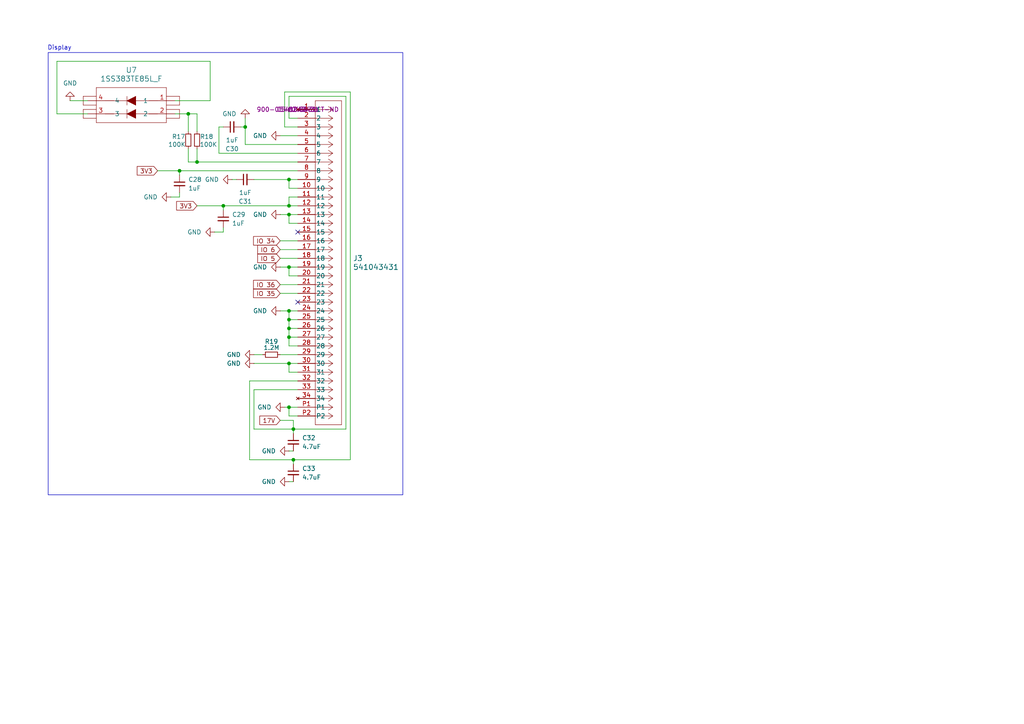
<source format=kicad_sch>
(kicad_sch (version 20250114) (generator "eeschema") (generator_version "9.0")
  (paper "A4")
  (title_block (title "Display") (date "2025-02-25") (rev "1"))
  (lib_symbols
    (symbol "0541043431:541043431" (pin_names (offset 0.254))
      (property "Reference" "J3" (at 16.002 -43.18 0))
      (property "Value" "541043431" (at 16.002 -45.72 0))
      (symbol "541043431_1_1"
        (polyline (pts (xy 5.08 2.54) (xy 5.08 -91.44)) (stroke (width 0.127)))
        (polyline (pts (xy 5.08 -91.44) (xy 12.7 -91.44)) (stroke (width 0.127)))
        (polyline (pts (xy 10.16 0) (xy 5.08 0)) (stroke (width 0.127)))
        (polyline (pts (xy 10.16 0) (xy 8.89 0.8467)) (stroke (width 0.127)))
        (polyline (pts (xy 10.16 0) (xy 8.89 -0.8467)) (stroke (width 0.127)))
        (polyline (pts (xy 10.16 -2.54) (xy 5.08 -2.54)) (stroke (width 0.127)))
        (polyline (pts (xy 10.16 -2.54) (xy 8.89 -1.6933)) (stroke (width 0.127)))
        (polyline (pts (xy 10.16 -2.54) (xy 8.89 -3.3867)) (stroke (width 0.127)))
        (polyline (pts (xy 10.16 -5.08) (xy 5.08 -5.08)) (stroke (width 0.127)))
        (polyline (pts (xy 10.16 -5.08) (xy 8.89 -4.2333)) (stroke (width 0.127)))
        (polyline (pts (xy 10.16 -5.08) (xy 8.89 -5.9267)) (stroke (width 0.127)))
        (polyline (pts (xy 10.16 -7.62) (xy 5.08 -7.62)) (stroke (width 0.127)))
        (polyline (pts (xy 10.16 -7.62) (xy 8.89 -6.7733)) (stroke (width 0.127)))
        (polyline (pts (xy 10.16 -7.62) (xy 8.89 -8.4667)) (stroke (width 0.127)))
        (polyline (pts (xy 10.16 -10.16) (xy 5.08 -10.16)) (stroke (width 0.127)))
        (polyline (pts (xy 10.16 -10.16) (xy 8.89 -9.3133)) (stroke (width 0.127)))
        (polyline (pts (xy 10.16 -10.16) (xy 8.89 -11.0067)) (stroke (width 0.127)))
        (polyline (pts (xy 10.16 -12.7) (xy 5.08 -12.7)) (stroke (width 0.127)))
        (polyline (pts (xy 10.16 -12.7) (xy 8.89 -11.8533)) (stroke (width 0.127)))
        (polyline (pts (xy 10.16 -12.7) (xy 8.89 -13.5467)) (stroke (width 0.127)))
        (polyline (pts (xy 10.16 -15.24) (xy 5.08 -15.24)) (stroke (width 0.127)))
        (polyline (pts (xy 10.16 -15.24) (xy 8.89 -14.3933)) (stroke (width 0.127)))
        (polyline (pts (xy 10.16 -15.24) (xy 8.89 -16.0867)) (stroke (width 0.127)))
        (polyline (pts (xy 10.16 -17.78) (xy 5.08 -17.78)) (stroke (width 0.127)))
        (polyline (pts (xy 10.16 -17.78) (xy 8.89 -16.9333)) (stroke (width 0.127)))
        (polyline (pts (xy 10.16 -17.78) (xy 8.89 -18.6267)) (stroke (width 0.127)))
        (polyline (pts (xy 10.16 -20.32) (xy 5.08 -20.32)) (stroke (width 0.127)))
        (polyline (pts (xy 10.16 -20.32) (xy 8.89 -19.4733)) (stroke (width 0.127)))
        (polyline (pts (xy 10.16 -20.32) (xy 8.89 -21.1667)) (stroke (width 0.127)))
        (polyline (pts (xy 10.16 -22.86) (xy 5.08 -22.86)) (stroke (width 0.127)))
        (polyline (pts (xy 10.16 -22.86) (xy 8.89 -22.0133)) (stroke (width 0.127)))
        (polyline (pts (xy 10.16 -22.86) (xy 8.89 -23.7067)) (stroke (width 0.127)))
        (polyline (pts (xy 10.16 -25.4) (xy 5.08 -25.4)) (stroke (width 0.127)))
        (polyline (pts (xy 10.16 -25.4) (xy 8.89 -24.5533)) (stroke (width 0.127)))
        (polyline (pts (xy 10.16 -25.4) (xy 8.89 -26.2467)) (stroke (width 0.127)))
        (polyline (pts (xy 10.16 -27.94) (xy 5.08 -27.94)) (stroke (width 0.127)))
        (polyline (pts (xy 10.16 -27.94) (xy 8.89 -27.0933)) (stroke (width 0.127)))
        (polyline (pts (xy 10.16 -27.94) (xy 8.89 -28.7867)) (stroke (width 0.127)))
        (polyline (pts (xy 10.16 -30.48) (xy 5.08 -30.48)) (stroke (width 0.127)))
        (polyline (pts (xy 10.16 -30.48) (xy 8.89 -29.6333)) (stroke (width 0.127)))
        (polyline (pts (xy 10.16 -30.48) (xy 8.89 -31.3267)) (stroke (width 0.127)))
        (polyline (pts (xy 10.16 -33.02) (xy 5.08 -33.02)) (stroke (width 0.127)))
        (polyline (pts (xy 10.16 -33.02) (xy 8.89 -32.1733)) (stroke (width 0.127)))
        (polyline (pts (xy 10.16 -33.02) (xy 8.89 -33.8667)) (stroke (width 0.127)))
        (polyline (pts (xy 10.16 -35.56) (xy 5.08 -35.56)) (stroke (width 0.127)))
        (polyline (pts (xy 10.16 -35.56) (xy 8.89 -34.7133)) (stroke (width 0.127)))
        (polyline (pts (xy 10.16 -35.56) (xy 8.89 -36.4067)) (stroke (width 0.127)))
        (polyline (pts (xy 10.16 -38.1) (xy 5.08 -38.1)) (stroke (width 0.127)))
        (polyline (pts (xy 10.16 -38.1) (xy 8.89 -37.2533)) (stroke (width 0.127)))
        (polyline (pts (xy 10.16 -38.1) (xy 8.89 -38.9467)) (stroke (width 0.127)))
        (polyline (pts (xy 10.16 -40.64) (xy 5.08 -40.64)) (stroke (width 0.127)))
        (polyline (pts (xy 10.16 -40.64) (xy 8.89 -39.7933)) (stroke (width 0.127)))
        (polyline (pts (xy 10.16 -40.64) (xy 8.89 -41.4867)) (stroke (width 0.127)))
        (polyline (pts (xy 10.16 -43.18) (xy 5.08 -43.18)) (stroke (width 0.127)))
        (polyline (pts (xy 10.16 -43.18) (xy 8.89 -42.3333)) (stroke (width 0.127)))
        (polyline (pts (xy 10.16 -43.18) (xy 8.89 -44.0267)) (stroke (width 0.127)))
        (polyline (pts (xy 10.16 -45.72) (xy 5.08 -45.72)) (stroke (width 0.127)))
        (polyline (pts (xy 10.16 -45.72) (xy 8.89 -44.8733)) (stroke (width 0.127)))
        (polyline (pts (xy 10.16 -45.72) (xy 8.89 -46.5667)) (stroke (width 0.127)))
        (polyline (pts (xy 10.16 -48.26) (xy 5.08 -48.26)) (stroke (width 0.127)))
        (polyline (pts (xy 10.16 -48.26) (xy 8.89 -47.4133)) (stroke (width 0.127)))
        (polyline (pts (xy 10.16 -48.26) (xy 8.89 -49.1067)) (stroke (width 0.127)))
        (polyline (pts (xy 10.16 -50.8) (xy 5.08 -50.8)) (stroke (width 0.127)))
        (polyline (pts (xy 10.16 -50.8) (xy 8.89 -49.9533)) (stroke (width 0.127)))
        (polyline (pts (xy 10.16 -50.8) (xy 8.89 -51.6467)) (stroke (width 0.127)))
        (polyline (pts (xy 10.16 -53.34) (xy 5.08 -53.34)) (stroke (width 0.127)))
        (polyline (pts (xy 10.16 -53.34) (xy 8.89 -52.4933)) (stroke (width 0.127)))
        (polyline (pts (xy 10.16 -53.34) (xy 8.89 -54.1867)) (stroke (width 0.127)))
        (polyline (pts (xy 10.16 -55.88) (xy 5.08 -55.88)) (stroke (width 0.127)))
        (polyline (pts (xy 10.16 -55.88) (xy 8.89 -55.0333)) (stroke (width 0.127)))
        (polyline (pts (xy 10.16 -55.88) (xy 8.89 -56.7267)) (stroke (width 0.127)))
        (polyline (pts (xy 10.16 -58.42) (xy 5.08 -58.42)) (stroke (width 0.127)))
        (polyline (pts (xy 10.16 -58.42) (xy 8.89 -57.5733)) (stroke (width 0.127)))
        (polyline (pts (xy 10.16 -58.42) (xy 8.89 -59.2667)) (stroke (width 0.127)))
        (polyline (pts (xy 10.16 -60.96) (xy 5.08 -60.96)) (stroke (width 0.127)))
        (polyline (pts (xy 10.16 -60.96) (xy 8.89 -60.1133)) (stroke (width 0.127)))
        (polyline (pts (xy 10.16 -60.96) (xy 8.89 -61.8067)) (stroke (width 0.127)))
        (polyline (pts (xy 10.16 -63.5) (xy 5.08 -63.5)) (stroke (width 0.127)))
        (polyline (pts (xy 10.16 -63.5) (xy 8.89 -62.6533)) (stroke (width 0.127)))
        (polyline (pts (xy 10.16 -63.5) (xy 8.89 -64.3467)) (stroke (width 0.127)))
        (polyline (pts (xy 10.16 -66.04) (xy 5.08 -66.04)) (stroke (width 0.127)))
        (polyline (pts (xy 10.16 -66.04) (xy 8.89 -65.1933)) (stroke (width 0.127)))
        (polyline (pts (xy 10.16 -66.04) (xy 8.89 -66.8867)) (stroke (width 0.127)))
        (polyline (pts (xy 10.16 -68.58) (xy 5.08 -68.58)) (stroke (width 0.127)))
        (polyline (pts (xy 10.16 -68.58) (xy 8.89 -67.7333)) (stroke (width 0.127)))
        (polyline (pts (xy 10.16 -68.58) (xy 8.89 -69.4267)) (stroke (width 0.127)))
        (polyline (pts (xy 10.16 -71.12) (xy 5.08 -71.12)) (stroke (width 0.127)))
        (polyline (pts (xy 10.16 -71.12) (xy 8.89 -70.2733)) (stroke (width 0.127)))
        (polyline (pts (xy 10.16 -71.12) (xy 8.89 -71.9667)) (stroke (width 0.127)))
        (polyline (pts (xy 10.16 -73.66) (xy 5.08 -73.66)) (stroke (width 0.127)))
        (polyline (pts (xy 10.16 -73.66) (xy 8.89 -72.8133)) (stroke (width 0.127)))
        (polyline (pts (xy 10.16 -73.66) (xy 8.89 -74.5067)) (stroke (width 0.127)))
        (polyline (pts (xy 10.16 -76.2) (xy 5.08 -76.2)) (stroke (width 0.127)))
        (polyline (pts (xy 10.16 -76.2) (xy 8.89 -75.3533)) (stroke (width 0.127)))
        (polyline (pts (xy 10.16 -76.2) (xy 8.89 -77.0467)) (stroke (width 0.127)))
        (polyline (pts (xy 10.16 -78.74) (xy 5.08 -78.74)) (stroke (width 0.127)))
        (polyline (pts (xy 10.16 -78.74) (xy 8.89 -77.8933)) (stroke (width 0.127)))
        (polyline (pts (xy 10.16 -78.74) (xy 8.89 -79.5867)) (stroke (width 0.127)))
        (polyline (pts (xy 10.16 -81.28) (xy 5.08 -81.28)) (stroke (width 0.127)))
        (polyline (pts (xy 10.16 -81.28) (xy 8.89 -80.4333)) (stroke (width 0.127)))
        (polyline (pts (xy 10.16 -81.28) (xy 8.89 -82.1267)) (stroke (width 0.127)))
        (polyline (pts (xy 10.16 -83.82) (xy 5.08 -83.82)) (stroke (width 0.127)))
        (polyline (pts (xy 10.16 -83.82) (xy 8.89 -82.9733)) (stroke (width 0.127)))
        (polyline (pts (xy 10.16 -83.82) (xy 8.89 -84.6667)) (stroke (width 0.127)))
        (polyline (pts (xy 10.16 -86.36) (xy 5.08 -86.36)) (stroke (width 0.127)))
        (polyline (pts (xy 10.16 -86.36) (xy 8.89 -85.5133)) (stroke (width 0.127)))
        (polyline (pts (xy 10.16 -86.36) (xy 8.89 -87.2067)) (stroke (width 0.127)))
        (polyline (pts (xy 10.16 -88.9) (xy 5.08 -88.9)) (stroke (width 0.127)))
        (polyline (pts (xy 10.16 -88.9) (xy 8.89 -88.0533)) (stroke (width 0.127)))
        (polyline (pts (xy 10.16 -88.9) (xy 8.89 -89.7467)) (stroke (width 0.127)))
        (polyline (pts (xy 12.7 2.54) (xy 5.08 2.54)) (stroke (width 0.127)))
        (polyline (pts (xy 12.7 -91.44) (xy 12.7 2.54)) (stroke (width 0.127)))
        (pin no_connect line (at 0 0 0) (length 5.08) (name "1") (number "1"))
        (pin passive line (at 0 -2.54 0) (length 5.08) (name "2") (number "2"))
        (pin passive line (at 0 -5.08 0) (length 5.08) (name "3") (number "3"))
        (pin passive line (at 0 -7.62 0) (length 5.08) (name "4") (number "4"))
        (pin passive line (at 0 -10.16 0) (length 5.08) (name "5") (number "5"))
        (pin passive line (at 0 -12.7 0) (length 5.08) (name "6") (number "6"))
        (pin passive line (at 0 -15.24 0) (length 5.08) (name "7") (number "7"))
        (pin passive line (at 0 -17.78 0) (length 5.08) (name "8") (number "8"))
        (pin passive line (at 0 -20.32 0) (length 5.08) (name "9") (number "9"))
        (pin passive line (at 0 -22.86 0) (length 5.08) (name "10") (number "10"))
        (pin passive line (at 0 -25.4 0) (length 5.08) (name "11") (number "11"))
        (pin passive line (at 0 -27.94 0) (length 5.08) (name "12") (number "12"))
        (pin passive line (at 0 -30.48 0) (length 5.08) (name "13") (number "13"))
        (pin passive line (at 0 -33.02 0) (length 5.08) (name "14") (number "14"))
        (pin bidirectional line (at 0 -35.56 0) (length 5.08) (name "15") (number "15"))
        (pin bidirectional line (at 0 -38.1 0) (length 5.08) (name "16") (number "16"))
        (pin bidirectional line (at 0 -40.64 0) (length 5.08) (name "17") (number "17"))
        (pin bidirectional line (at 0 -43.18 0) (length 5.08) (name "18") (number "18"))
        (pin passive line (at 0 -45.72 0) (length 5.08) (name "19") (number "19"))
        (pin passive line (at 0 -48.26 0) (length 5.08) (name "20") (number "20"))
        (pin bidirectional line (at 0 -50.8 0) (length 5.08) (name "21") (number "21"))
        (pin bidirectional line (at 0 -53.34 0) (length 5.08) (name "22") (number "22"))
        (pin bidirectional line (at 0 -55.88 0) (length 5.08) (name "23") (number "23"))
        (pin passive line (at 0 -58.42 0) (length 5.08) (name "24") (number "24"))
        (pin passive line (at 0 -60.96 0) (length 5.08) (name "25") (number "25"))
        (pin passive line (at 0 -63.5 0) (length 5.08) (name "26") (number "26"))
        (pin passive line (at 0 -66.04 0) (length 5.08) (name "27") (number "27"))
        (pin passive line (at 0 -68.58 0) (length 5.08) (name "28") (number "28"))
        (pin passive line (at 0 -71.12 0) (length 5.08) (name "29") (number "29"))
        (pin passive line (at 0 -73.66 0) (length 5.08) (name "30") (number "30"))
        (pin passive line (at 0 -76.2 0) (length 5.08) (name "31") (number "31"))
        (pin passive line (at 0 -78.74 0) (length 5.08) (name "32") (number "32"))
        (pin passive line (at 0 -81.28 0) (length 5.08) (name "33") (number "33"))
        (pin no_connect line (at 0 -83.82 0) (length 5.08) (name "34") (number "34"))
        (pin passive line (at 0 -86.36 0) (length 5.08) (name "P1") (number "P1"))
        (pin passive line (at 0 -88.9 0) (length 5.08) (name "P2") (number "P2"))
      )
      (symbol "541043431_1_2"
        (polyline (pts (xy 5.08 2.54) (xy 5.08 -91.44)) (stroke (width 0.127)))
        (polyline (pts (xy 5.08 -91.44) (xy 12.7 -91.44)) (stroke (width 0.127)))
        (polyline (pts (xy 7.62 0) (xy 5.08 0)) (stroke (width 0.127)))
        (polyline (pts (xy 7.62 0) (xy 8.89 0.8467)) (stroke (width 0.127)))
        (polyline (pts (xy 7.62 0) (xy 8.89 -0.8467)) (stroke (width 0.127)))
        (polyline (pts (xy 7.62 -2.54) (xy 5.08 -2.54)) (stroke (width 0.127)))
        (polyline (pts (xy 7.62 -2.54) (xy 8.89 -1.6933)) (stroke (width 0.127)))
        (polyline (pts (xy 7.62 -2.54) (xy 8.89 -3.3867)) (stroke (width 0.127)))
        (polyline (pts (xy 7.62 -5.08) (xy 5.08 -5.08)) (stroke (width 0.127)))
        (polyline (pts (xy 7.62 -5.08) (xy 8.89 -4.2333)) (stroke (width 0.127)))
        (polyline (pts (xy 7.62 -5.08) (xy 8.89 -5.9267)) (stroke (width 0.127)))
        (polyline (pts (xy 7.62 -7.62) (xy 5.08 -7.62)) (stroke (width 0.127)))
        (polyline (pts (xy 7.62 -7.62) (xy 8.89 -6.7733)) (stroke (width 0.127)))
        (polyline (pts (xy 7.62 -7.62) (xy 8.89 -8.4667)) (stroke (width 0.127)))
        (polyline (pts (xy 7.62 -10.16) (xy 5.08 -10.16)) (stroke (width 0.127)))
        (polyline (pts (xy 7.62 -10.16) (xy 8.89 -9.3133)) (stroke (width 0.127)))
        (polyline (pts (xy 7.62 -10.16) (xy 8.89 -11.0067)) (stroke (width 0.127)))
        (polyline (pts (xy 7.62 -12.7) (xy 5.08 -12.7)) (stroke (width 0.127)))
        (polyline (pts (xy 7.62 -12.7) (xy 8.89 -11.8533)) (stroke (width 0.127)))
        (polyline (pts (xy 7.62 -12.7) (xy 8.89 -13.5467)) (stroke (width 0.127)))
        (polyline (pts (xy 7.62 -15.24) (xy 5.08 -15.24)) (stroke (width 0.127)))
        (polyline (pts (xy 7.62 -15.24) (xy 8.89 -14.3933)) (stroke (width 0.127)))
        (polyline (pts (xy 7.62 -15.24) (xy 8.89 -16.0867)) (stroke (width 0.127)))
        (polyline (pts (xy 7.62 -17.78) (xy 5.08 -17.78)) (stroke (width 0.127)))
        (polyline (pts (xy 7.62 -17.78) (xy 8.89 -16.9333)) (stroke (width 0.127)))
        (polyline (pts (xy 7.62 -17.78) (xy 8.89 -18.6267)) (stroke (width 0.127)))
        (polyline (pts (xy 7.62 -20.32) (xy 5.08 -20.32)) (stroke (width 0.127)))
        (polyline (pts (xy 7.62 -20.32) (xy 8.89 -19.4733)) (stroke (width 0.127)))
        (polyline (pts (xy 7.62 -20.32) (xy 8.89 -21.1667)) (stroke (width 0.127)))
        (polyline (pts (xy 7.62 -22.86) (xy 5.08 -22.86)) (stroke (width 0.127)))
        (polyline (pts (xy 7.62 -22.86) (xy 8.89 -22.0133)) (stroke (width 0.127)))
        (polyline (pts (xy 7.62 -22.86) (xy 8.89 -23.7067)) (stroke (width 0.127)))
        (polyline (pts (xy 7.62 -25.4) (xy 5.08 -25.4)) (stroke (width 0.127)))
        (polyline (pts (xy 7.62 -25.4) (xy 8.89 -24.5533)) (stroke (width 0.127)))
        (polyline (pts (xy 7.62 -25.4) (xy 8.89 -26.2467)) (stroke (width 0.127)))
        (polyline (pts (xy 7.62 -27.94) (xy 5.08 -27.94)) (stroke (width 0.127)))
        (polyline (pts (xy 7.62 -27.94) (xy 8.89 -27.0933)) (stroke (width 0.127)))
        (polyline (pts (xy 7.62 -27.94) (xy 8.89 -28.7867)) (stroke (width 0.127)))
        (polyline (pts (xy 7.62 -30.48) (xy 5.08 -30.48)) (stroke (width 0.127)))
        (polyline (pts (xy 7.62 -30.48) (xy 8.89 -29.6333)) (stroke (width 0.127)))
        (polyline (pts (xy 7.62 -30.48) (xy 8.89 -31.3267)) (stroke (width 0.127)))
        (polyline (pts (xy 7.62 -33.02) (xy 5.08 -33.02)) (stroke (width 0.127)))
        (polyline (pts (xy 7.62 -33.02) (xy 8.89 -32.1733)) (stroke (width 0.127)))
        (polyline (pts (xy 7.62 -33.02) (xy 8.89 -33.8667)) (stroke (width 0.127)))
        (polyline (pts (xy 7.62 -35.56) (xy 5.08 -35.56)) (stroke (width 0.127)))
        (polyline (pts (xy 7.62 -35.56) (xy 8.89 -34.7133)) (stroke (width 0.127)))
        (polyline (pts (xy 7.62 -35.56) (xy 8.89 -36.4067)) (stroke (width 0.127)))
        (polyline (pts (xy 7.62 -38.1) (xy 5.08 -38.1)) (stroke (width 0.127)))
        (polyline (pts (xy 7.62 -38.1) (xy 8.89 -37.2533)) (stroke (width 0.127)))
        (polyline (pts (xy 7.62 -38.1) (xy 8.89 -38.9467)) (stroke (width 0.127)))
        (polyline (pts (xy 7.62 -40.64) (xy 5.08 -40.64)) (stroke (width 0.127)))
        (polyline (pts (xy 7.62 -40.64) (xy 8.89 -39.7933)) (stroke (width 0.127)))
        (polyline (pts (xy 7.62 -40.64) (xy 8.89 -41.4867)) (stroke (width 0.127)))
        (polyline (pts (xy 7.62 -43.18) (xy 5.08 -43.18)) (stroke (width 0.127)))
        (polyline (pts (xy 7.62 -43.18) (xy 8.89 -42.3333)) (stroke (width 0.127)))
        (polyline (pts (xy 7.62 -43.18) (xy 8.89 -44.0267)) (stroke (width 0.127)))
        (polyline (pts (xy 7.62 -45.72) (xy 5.08 -45.72)) (stroke (width 0.127)))
        (polyline (pts (xy 7.62 -45.72) (xy 8.89 -44.8733)) (stroke (width 0.127)))
        (polyline (pts (xy 7.62 -45.72) (xy 8.89 -46.5667)) (stroke (width 0.127)))
        (polyline (pts (xy 7.62 -48.26) (xy 5.08 -48.26)) (stroke (width 0.127)))
        (polyline (pts (xy 7.62 -48.26) (xy 8.89 -47.4133)) (stroke (width 0.127)))
        (polyline (pts (xy 7.62 -48.26) (xy 8.89 -49.1067)) (stroke (width 0.127)))
        (polyline (pts (xy 7.62 -50.8) (xy 5.08 -50.8)) (stroke (width 0.127)))
        (polyline (pts (xy 7.62 -50.8) (xy 8.89 -49.9533)) (stroke (width 0.127)))
        (polyline (pts (xy 7.62 -50.8) (xy 8.89 -51.6467)) (stroke (width 0.127)))
        (polyline (pts (xy 7.62 -53.34) (xy 5.08 -53.34)) (stroke (width 0.127)))
        (polyline (pts (xy 7.62 -53.34) (xy 8.89 -52.4933)) (stroke (width 0.127)))
        (polyline (pts (xy 7.62 -53.34) (xy 8.89 -54.1867)) (stroke (width 0.127)))
        (polyline (pts (xy 7.62 -55.88) (xy 5.08 -55.88)) (stroke (width 0.127)))
        (polyline (pts (xy 7.62 -55.88) (xy 8.89 -55.0333)) (stroke (width 0.127)))
        (polyline (pts (xy 7.62 -55.88) (xy 8.89 -56.7267)) (stroke (width 0.127)))
        (polyline (pts (xy 7.62 -58.42) (xy 5.08 -58.42)) (stroke (width 0.127)))
        (polyline (pts (xy 7.62 -58.42) (xy 8.89 -57.5733)) (stroke (width 0.127)))
        (polyline (pts (xy 7.62 -58.42) (xy 8.89 -59.2667)) (stroke (width 0.127)))
        (polyline (pts (xy 7.62 -60.96) (xy 5.08 -60.96)) (stroke (width 0.127)))
        (polyline (pts (xy 7.62 -60.96) (xy 8.89 -60.1133)) (stroke (width 0.127)))
        (polyline (pts (xy 7.62 -60.96) (xy 8.89 -61.8067)) (stroke (width 0.127)))
        (polyline (pts (xy 7.62 -63.5) (xy 5.08 -63.5)) (stroke (width 0.127)))
        (polyline (pts (xy 7.62 -63.5) (xy 8.89 -62.6533)) (stroke (width 0.127)))
        (polyline (pts (xy 7.62 -63.5) (xy 8.89 -64.3467)) (stroke (width 0.127)))
        (polyline (pts (xy 7.62 -66.04) (xy 5.08 -66.04)) (stroke (width 0.127)))
        (polyline (pts (xy 7.62 -66.04) (xy 8.89 -65.1933)) (stroke (width 0.127)))
        (polyline (pts (xy 7.62 -66.04) (xy 8.89 -66.8867)) (stroke (width 0.127)))
        (polyline (pts (xy 7.62 -68.58) (xy 5.08 -68.58)) (stroke (width 0.127)))
        (polyline (pts (xy 7.62 -68.58) (xy 8.89 -67.7333)) (stroke (width 0.127)))
        (polyline (pts (xy 7.62 -68.58) (xy 8.89 -69.4267)) (stroke (width 0.127)))
        (polyline (pts (xy 7.62 -71.12) (xy 5.08 -71.12)) (stroke (width 0.127)))
        (polyline (pts (xy 7.62 -71.12) (xy 8.89 -70.2733)) (stroke (width 0.127)))
        (polyline (pts (xy 7.62 -71.12) (xy 8.89 -71.9667)) (stroke (width 0.127)))
        (polyline (pts (xy 7.62 -73.66) (xy 5.08 -73.66)) (stroke (width 0.127)))
        (polyline (pts (xy 7.62 -73.66) (xy 8.89 -72.8133)) (stroke (width 0.127)))
        (polyline (pts (xy 7.62 -73.66) (xy 8.89 -74.5067)) (stroke (width 0.127)))
        (polyline (pts (xy 7.62 -76.2) (xy 5.08 -76.2)) (stroke (width 0.127)))
        (polyline (pts (xy 7.62 -76.2) (xy 8.89 -75.3533)) (stroke (width 0.127)))
        (polyline (pts (xy 7.62 -76.2) (xy 8.89 -77.0467)) (stroke (width 0.127)))
        (polyline (pts (xy 7.62 -78.74) (xy 5.08 -78.74)) (stroke (width 0.127)))
        (polyline (pts (xy 7.62 -78.74) (xy 8.89 -77.8933)) (stroke (width 0.127)))
        (polyline (pts (xy 7.62 -78.74) (xy 8.89 -79.5867)) (stroke (width 0.127)))
        (polyline (pts (xy 7.62 -81.28) (xy 5.08 -81.28)) (stroke (width 0.127)))
        (polyline (pts (xy 7.62 -81.28) (xy 8.89 -80.4333)) (stroke (width 0.127)))
        (polyline (pts (xy 7.62 -81.28) (xy 8.89 -82.1267)) (stroke (width 0.127)))
        (polyline (pts (xy 7.62 -83.82) (xy 5.08 -83.82)) (stroke (width 0.127)))
        (polyline (pts (xy 7.62 -83.82) (xy 8.89 -82.9733)) (stroke (width 0.127)))
        (polyline (pts (xy 7.62 -83.82) (xy 8.89 -84.6667)) (stroke (width 0.127)))
        (polyline (pts (xy 7.62 -86.36) (xy 5.08 -86.36)) (stroke (width 0.127)))
        (polyline (pts (xy 7.62 -86.36) (xy 8.89 -85.5133)) (stroke (width 0.127)))
        (polyline (pts (xy 7.62 -86.36) (xy 8.89 -87.2067)) (stroke (width 0.127)))
        (polyline (pts (xy 7.62 -88.9) (xy 5.08 -88.9)) (stroke (width 0.127)))
        (polyline (pts (xy 7.62 -88.9) (xy 8.89 -88.0533)) (stroke (width 0.127)))
        (polyline (pts (xy 7.62 -88.9) (xy 8.89 -89.7467)) (stroke (width 0.127)))
        (polyline (pts (xy 12.7 2.54) (xy 5.08 2.54)) (stroke (width 0.127)))
        (polyline (pts (xy 12.7 -91.44) (xy 12.7 2.54)) (stroke (width 0.127)))
        (pin unspecified line (at 0 0 0) (length 5.08) (name "1") (number "1"))
        (pin unspecified line (at 0 -2.54 0) (length 5.08) (name "2") (number "2"))
        (pin unspecified line (at 0 -5.08 0) (length 5.08) (name "3") (number "3"))
        (pin unspecified line (at 0 -7.62 0) (length 5.08) (name "4") (number "4"))
        (pin unspecified line (at 0 -10.16 0) (length 5.08) (name "5") (number "5"))
        (pin unspecified line (at 0 -12.7 0) (length 5.08) (name "6") (number "6"))
        (pin unspecified line (at 0 -15.24 0) (length 5.08) (name "7") (number "7"))
        (pin unspecified line (at 0 -17.78 0) (length 5.08) (name "8") (number "8"))
        (pin unspecified line (at 0 -20.32 0) (length 5.08) (name "9") (number "9"))
        (pin unspecified line (at 0 -22.86 0) (length 5.08) (name "10") (number "10"))
        (pin unspecified line (at 0 -25.4 0) (length 5.08) (name "11") (number "11"))
        (pin unspecified line (at 0 -27.94 0) (length 5.08) (name "12") (number "12"))
        (pin unspecified line (at 0 -30.48 0) (length 5.08) (name "13") (number "13"))
        (pin unspecified line (at 0 -33.02 0) (length 5.08) (name "14") (number "14"))
        (pin unspecified line (at 0 -35.56 0) (length 5.08) (name "15") (number "15"))
        (pin unspecified line (at 0 -38.1 0) (length 5.08) (name "16") (number "16"))
        (pin unspecified line (at 0 -40.64 0) (length 5.08) (name "17") (number "17"))
        (pin unspecified line (at 0 -43.18 0) (length 5.08) (name "18") (number "18"))
        (pin unspecified line (at 0 -45.72 0) (length 5.08) (name "19") (number "19"))
        (pin unspecified line (at 0 -48.26 0) (length 5.08) (name "20") (number "20"))
        (pin unspecified line (at 0 -50.8 0) (length 5.08) (name "21") (number "21"))
        (pin unspecified line (at 0 -53.34 0) (length 5.08) (name "22") (number "22"))
        (pin unspecified line (at 0 -55.88 0) (length 5.08) (name "23") (number "23"))
        (pin unspecified line (at 0 -58.42 0) (length 5.08) (name "24") (number "24"))
        (pin unspecified line (at 0 -60.96 0) (length 5.08) (name "25") (number "25"))
        (pin unspecified line (at 0 -63.5 0) (length 5.08) (name "26") (number "26"))
        (pin unspecified line (at 0 -66.04 0) (length 5.08) (name "27") (number "27"))
        (pin unspecified line (at 0 -68.58 0) (length 5.08) (name "28") (number "28"))
        (pin unspecified line (at 0 -71.12 0) (length 5.08) (name "29") (number "29"))
        (pin unspecified line (at 0 -73.66 0) (length 5.08) (name "30") (number "30"))
        (pin unspecified line (at 0 -76.2 0) (length 5.08) (name "31") (number "31"))
        (pin unspecified line (at 0 -78.74 0) (length 5.08) (name "32") (number "32"))
        (pin unspecified line (at 0 -81.28 0) (length 5.08) (name "33") (number "33"))
        (pin unspecified line (at 0 -83.82 0) (length 5.08) (name "34") (number "34"))
        (pin unspecified line (at 0 -86.36 0) (length 5.08) (name "P1") (number "P1"))
        (pin unspecified line (at 0 -88.9 0) (length 5.08) (name "P2") (number "P2"))
      )
    )
    (symbol "1SS383:1SS383TE85L_F" (pin_names (offset 0.254))
      (property "Reference" "U6" (at 15.24 8.89 0))
      (property "Value" "1SS383TE85L_F" (at 15.24 6.35 0))
      (symbol "1SS383TE85L_F_0_1"
        (polyline (pts (xy 1.27 1.27) (xy 1.27 -1.27)) (stroke (width 0.127)))
        (polyline (pts (xy 1.27 1.27) (xy 5.08 1.27)) (stroke (width 0.127)))
        (polyline (pts (xy 1.27 -1.27) (xy 5.08 -1.27)) (stroke (width 0.127)))
        (polyline (pts (xy 1.27 -2.54) (xy 1.27 -5.08)) (stroke (width 0.127)))
        (polyline (pts (xy 1.27 -2.54) (xy 5.08 -2.54)) (stroke (width 0.127)))
        (polyline (pts (xy 1.27 -5.08) (xy 5.08 -5.08)) (stroke (width 0.127)))
        (polyline (pts (xy 5.08 3.81) (xy 5.08 -6.35)) (stroke (width 0.127)))
        (polyline (pts (xy 5.08 -6.35) (xy 25.4 -6.35)) (stroke (width 0.127)))
        (polyline (pts (xy 7.62 0) (xy 13.97 0)) (stroke (width 0.127)))
        (polyline (pts (xy 7.62 -3.81) (xy 13.97 -3.81)) (stroke (width 0.127)))
        (polyline (pts (xy 13.97 1.27) (xy 13.97 -1.27)) (stroke (width 0.127)))
        (polyline (pts (xy 13.97 1.27) (xy 16.51 0)) (stroke (width 0.127)))
        (polyline (pts (xy 13.97 1.27) (xy 13.97 -1.27) (xy 16.51 0)) (fill (type outline)))
        (polyline (pts (xy 13.97 -1.27) (xy 16.51 0)) (stroke (width 0.127)))
        (polyline (pts (xy 13.97 -2.54) (xy 13.97 -5.08)) (stroke (width 0.127)))
        (polyline (pts (xy 13.97 -2.54) (xy 16.51 -3.81)) (stroke (width 0.127)))
        (polyline (pts (xy 13.97 -2.54) (xy 13.97 -5.08) (xy 16.51 -3.81)) (fill (type outline)))
        (polyline (pts (xy 13.97 -5.08) (xy 16.51 -3.81)) (stroke (width 0.127)))
        (polyline (pts (xy 16.51 1.27) (xy 16.51 -1.27)) (stroke (width 0.127)))
        (polyline (pts (xy 16.51 0) (xy 22.86 0)) (stroke (width 0.127)))
        (polyline (pts (xy 16.51 -2.54) (xy 16.51 -5.08)) (stroke (width 0.127)))
        (polyline (pts (xy 16.51 -3.81) (xy 22.86 -3.81)) (stroke (width 0.127)))
        (polyline (pts (xy 25.4 3.81) (xy 5.08 3.81)) (stroke (width 0.127)))
        (polyline (pts (xy 25.4 1.27) (xy 29.21 1.27)) (stroke (width 0.127)))
        (polyline (pts (xy 25.4 -1.27) (xy 29.21 -1.27)) (stroke (width 0.127)))
        (polyline (pts (xy 25.4 -2.54) (xy 29.21 -2.54)) (stroke (width 0.127)))
        (polyline (pts (xy 25.4 -5.08) (xy 29.21 -5.08)) (stroke (width 0.127)))
        (polyline (pts (xy 25.4 -6.35) (xy 25.4 3.81)) (stroke (width 0.127)))
        (polyline (pts (xy 29.21 1.27) (xy 29.21 -1.27)) (stroke (width 0.127)))
        (polyline (pts (xy 29.21 -2.54) (xy 29.21 -5.08)) (stroke (width 0.127)))
        (pin output line (at 2.54 0 0) (length 7.62) (name "1") (number "1"))
        (pin output line (at 2.54 -3.81 0) (length 7.62) (name "2") (number "2"))
        (pin input line (at 27.94 0 180) (length 7.62) (name "4") (number "4"))
        (pin input line (at 27.94 -3.81 180) (length 7.62) (name "3") (number "3"))
      )
    )
    (symbol "Device:C_Small" (pin_numbers (hide yes)) (pin_names (offset 0.254) (hide yes))
      (property "Reference" "C" (at 0.254 1.778 0))
      (property "Value" "C_Small" (at 0.254 -2.032 0))
      (symbol "C_Small_0_1"
        (polyline (pts (xy -1.524 0.508) (xy 1.524 0.508)) (stroke (width 0.3048)))
        (polyline (pts (xy -1.524 -0.508) (xy 1.524 -0.508)) (stroke (width 0.3302)))
      )
      (symbol "C_Small_1_1"
        (pin passive line (at 0 2.54 270) (length 2.032) (name "~") (number "1"))
        (pin passive line (at 0 -2.54 90) (length 2.032) (name "~") (number "2"))
      )
    )
    (symbol "Device:R_Small" (pin_numbers (hide yes)) (pin_names (offset 0.254) (hide yes))
      (property "Reference" "R" (at 0.762 0.508 0))
      (property "Value" "R_Small" (at 0.762 -1.016 0))
      (symbol "R_Small_0_1"
        (rectangle (start -0.762 1.778) (end 0.762 -1.778) (stroke (width 0.2032)))
      )
      (symbol "R_Small_1_1"
        (pin passive line (at 0 2.54 270) (length 0.762) (name "~") (number "1"))
        (pin passive line (at 0 -2.54 90) (length 0.762) (name "~") (number "2"))
      )
    )
    (symbol "power:GND" (power) (pin_numbers (hide yes)) (pin_names (offset 0) (hide yes))
      (property "Value" "GND" (at 0 -3.81 0))
      (symbol "GND_0_1"
        (polyline (pts (xy 0 0) (xy 0 -1.27) (xy 1.27 -1.27) (xy 0 -2.54) (xy -1.27 -1.27) (xy 0 -1.27)))
      )
      (symbol "GND_1_1"
        (pin power_in line (at 0 0 270) (length 0) (name "~") (number "1"))
      )
    )
  )
  (rectangle (start 13.97 15.24) (end 116.84 143.51))
  (text "Display" (at 17.272 13.97 0) (effects (font (size 1.27 1.27))))
  (junction (at 85.09 124.46))
  (junction (at 83.82 77.47))
  (junction (at 57.15 46.99))
  (junction (at 83.82 92.71))
  (junction (at 83.82 62.23))
  (junction (at 83.82 59.69))
  (junction (at 83.82 105.41))
  (junction (at 83.82 95.25))
  (junction (at 52.07 49.53))
  (junction (at 64.77 59.69))
  (junction (at 54.61 33.02))
  (junction (at 71.12 36.83))
  (junction (at 83.82 90.17))
  (junction (at 83.82 97.79))
  (junction (at 85.09 133.35))
  (junction (at 83.82 52.07))
  (junction (at 83.82 118.11))
  (no_connect (at 86.36 67.31))
  (no_connect (at 86.36 87.63))
  (wire (pts (xy 83.82 77.47) (xy 83.82 80.01)))
  (wire (pts (xy 83.82 118.11) (xy 83.82 120.65)))
  (wire (pts (xy 73.66 102.87) (xy 76.2 102.87)))
  (wire (pts (xy 81.28 121.92) (xy 85.09 121.92)))
  (wire (pts (xy 81.28 62.23) (xy 83.82 62.23)))
  (wire (pts (xy 52.07 57.15) (xy 52.07 55.88)))
  (wire (pts (xy 81.28 69.85) (xy 86.36 69.85)))
  (wire (pts (xy 25.4 33.02) (xy 16.51 33.02)))
  (wire (pts (xy 54.61 46.99) (xy 57.15 46.99)))
  (wire (pts (xy 69.85 36.83) (xy 71.12 36.83)))
  (wire (pts (xy 83.82 139.7) (xy 85.09 139.7)))
  (wire (pts (xy 81.28 90.17) (xy 83.82 90.17)))
  (wire (pts (xy 82.55 36.83) (xy 82.55 26.67)))
  (wire (pts (xy 81.28 82.55) (xy 86.36 82.55)))
  (wire (pts (xy 54.61 43.18) (xy 54.61 46.99)))
  (wire (pts (xy 73.66 52.07) (xy 83.82 52.07)))
  (wire (pts (xy 83.82 77.47) (xy 86.36 77.47)))
  (wire (pts (xy 52.07 49.53) (xy 52.07 50.8)))
  (wire (pts (xy 100.33 124.46) (xy 85.09 124.46)))
  (wire (pts (xy 57.15 38.1) (xy 57.15 33.02)))
  (wire (pts (xy 83.82 34.29) (xy 83.82 27.94)))
  (wire (pts (xy 100.33 27.94) (xy 100.33 124.46)))
  (wire (pts (xy 16.51 33.02) (xy 16.51 17.78)))
  (wire (pts (xy 73.66 105.41) (xy 83.82 105.41)))
  (wire (pts (xy 81.28 74.93) (xy 86.36 74.93)))
  (wire (pts (xy 45.72 49.53) (xy 52.07 49.53)))
  (wire (pts (xy 83.82 107.95) (xy 86.36 107.95)))
  (wire (pts (xy 83.82 92.71) (xy 83.82 95.25)))
  (wire (pts (xy 16.51 17.78) (xy 60.96 17.78)))
  (wire (pts (xy 83.82 95.25) (xy 83.82 97.79)))
  (wire (pts (xy 82.55 26.67) (xy 101.6 26.67)))
  (wire (pts (xy 86.36 54.61) (xy 83.82 54.61)))
  (wire (pts (xy 49.53 57.15) (xy 52.07 57.15)))
  (wire (pts (xy 83.82 34.29) (xy 86.36 34.29)))
  (wire (pts (xy 83.82 97.79) (xy 86.36 97.79)))
  (wire (pts (xy 83.82 62.23) (xy 83.82 64.77)))
  (wire (pts (xy 72.39 110.49) (xy 86.36 110.49)))
  (wire (pts (xy 73.66 113.03) (xy 86.36 113.03)))
  (wire (pts (xy 60.96 17.78) (xy 60.96 29.21)))
  (wire (pts (xy 83.82 105.41) (xy 83.82 107.95)))
  (wire (pts (xy 57.15 46.99) (xy 57.15 43.18)))
  (wire (pts (xy 83.82 90.17) (xy 83.82 92.71)))
  (wire (pts (xy 57.15 59.69) (xy 64.77 59.69)))
  (wire (pts (xy 83.82 105.41) (xy 86.36 105.41)))
  (wire (pts (xy 83.82 120.65) (xy 86.36 120.65)))
  (wire (pts (xy 67.31 52.07) (xy 68.58 52.07)))
  (wire (pts (xy 54.61 33.02) (xy 50.8 33.02)))
  (wire (pts (xy 83.82 59.69) (xy 86.36 59.69)))
  (wire (pts (xy 63.5 44.45) (xy 86.36 44.45)))
  (wire (pts (xy 57.15 46.99) (xy 86.36 46.99)))
  (wire (pts (xy 73.66 124.46) (xy 85.09 124.46)))
  (wire (pts (xy 81.28 102.87) (xy 86.36 102.87)))
  (wire (pts (xy 83.82 97.79) (xy 83.82 100.33)))
  (wire (pts (xy 73.66 113.03) (xy 73.66 124.46)))
  (wire (pts (xy 60.96 29.21) (xy 50.8 29.21)))
  (wire (pts (xy 71.12 34.29) (xy 71.12 36.83)))
  (wire (pts (xy 101.6 26.67) (xy 101.6 133.35)))
  (wire (pts (xy 83.82 52.07) (xy 86.36 52.07)))
  (wire (pts (xy 62.23 67.31) (xy 64.77 67.31)))
  (wire (pts (xy 83.82 118.11) (xy 86.36 118.11)))
  (wire (pts (xy 54.61 38.1) (xy 54.61 33.02)))
  (wire (pts (xy 20.32 29.21) (xy 25.4 29.21)))
  (wire (pts (xy 83.82 92.71) (xy 86.36 92.71)))
  (wire (pts (xy 54.61 33.02) (xy 57.15 33.02)))
  (wire (pts (xy 83.82 59.69) (xy 83.82 57.15)))
  (wire (pts (xy 63.5 36.83) (xy 64.77 36.83)))
  (wire (pts (xy 71.12 41.91) (xy 86.36 41.91)))
  (wire (pts (xy 83.82 100.33) (xy 86.36 100.33)))
  (wire (pts (xy 71.12 36.83) (xy 71.12 41.91)))
  (wire (pts (xy 83.82 27.94) (xy 100.33 27.94)))
  (wire (pts (xy 81.28 39.37) (xy 86.36 39.37)))
  (wire (pts (xy 83.82 80.01) (xy 86.36 80.01)))
  (wire (pts (xy 83.82 95.25) (xy 86.36 95.25)))
  (wire (pts (xy 83.82 64.77) (xy 86.36 64.77)))
  (wire (pts (xy 81.28 72.39) (xy 86.36 72.39)))
  (wire (pts (xy 63.5 44.45) (xy 63.5 36.83)))
  (wire (pts (xy 83.82 57.15) (xy 86.36 57.15)))
  (wire (pts (xy 85.09 124.46) (xy 85.09 125.73)))
  (wire (pts (xy 64.77 59.69) (xy 83.82 59.69)))
  (wire (pts (xy 64.77 67.31) (xy 64.77 66.04)))
  (wire (pts (xy 72.39 133.35) (xy 72.39 110.49)))
  (wire (pts (xy 83.82 52.07) (xy 83.82 54.61)))
  (wire (pts (xy 101.6 133.35) (xy 85.09 133.35)))
  (wire (pts (xy 82.55 118.11) (xy 83.82 118.11)))
  (wire (pts (xy 85.09 133.35) (xy 85.09 134.62)))
  (wire (pts (xy 85.09 121.92) (xy 85.09 124.46)))
  (wire (pts (xy 64.77 60.96) (xy 64.77 59.69)))
  (wire (pts (xy 81.28 85.09) (xy 86.36 85.09)))
  (wire (pts (xy 86.36 36.83) (xy 82.55 36.83)))
  (wire (pts (xy 81.28 77.47) (xy 83.82 77.47)))
  (wire (pts (xy 83.82 90.17) (xy 86.36 90.17)))
  (wire (pts (xy 72.39 133.35) (xy 85.09 133.35)))
  (wire (pts (xy 83.82 130.81) (xy 85.09 130.81)))
  (wire (pts (xy 52.07 49.53) (xy 86.36 49.53)))
  (wire (pts (xy 83.82 62.23) (xy 86.36 62.23)))
  (global_label "17V" (shape input) (at 81.28 121.92 180) (property "Intersheetrefs" "${INTERSHEET_REFS}" (effects (hide yes))))
  (global_label "IO 35" (shape input) (at 81.28 85.09 180) (property "Intersheetrefs" "${INTERSHEET_REFS}" (effects (hide yes))))
  (global_label "IO 34" (shape input) (at 81.28 69.85 180) (property "Intersheetrefs" "${INTERSHEET_REFS}" (effects (hide yes))))
  (global_label "3V3" (shape input) (at 57.15 59.69 180) (property "Intersheetrefs" "${INTERSHEET_REFS}" (effects (hide yes))))
  (global_label "IO 36" (shape input) (at 81.28 82.55 180) (property "Intersheetrefs" "${INTERSHEET_REFS}" (effects (hide yes))))
  (global_label "IO 6" (shape input) (at 81.28 72.39 180) (property "Intersheetrefs" "${INTERSHEET_REFS}" (effects (hide yes))))
  (global_label "3V3" (shape input) (at 45.72 49.53 180) (property "Intersheetrefs" "${INTERSHEET_REFS}" (effects (hide yes))))
  (global_label "IO 5" (shape input) (at 81.28 74.93 180) (property "Intersheetrefs" "${INTERSHEET_REFS}" (effects (hide yes))))
  (symbol (lib_id "power:GND") (at 62.23 67.31 270) (unit 1)
    (property "Reference" "#PWR034" (effects (hide yes)))
    (property "Value" "GND" (at 58.42 67.3099 90) (effects (justify right)))
    (property "Description" "Power symbol creates a global label with name \"GND\" , ground" (effects (hide yes)))
  )
  (symbol (lib_id "Device:R_Small") (at 54.61 40.64 180) (unit 1)
    (property "Reference" "R17" (at 51.816 39.624 0))
    (property "Value" "100K" (at 51.308 41.91 0))
    (property "Footprint" "Resistor_SMD:R_0402_1005Metric" (effects (hide yes)))
    (property "Description" "Resistor, small symbol" (effects (hide yes)))
    (property "Price" "€0.40" (effects (hide yes)))
    (property "DigiKey_Part_Number" "311-100KLRCT-ND" (effects (hide yes)))
    (property "Manufacturer_Part_Number" "RC0402FR-07100KL" (effects (hide yes)))
  )
  (symbol (lib_id "power:GND") (at 82.55 118.11 270) (unit 1)
    (property "Reference" "#PWR043" (effects (hide yes)))
    (property "Value" "GND" (at 78.74 118.1099 90) (effects (justify right)))
    (property "Description" "Power symbol creates a global label with name \"GND\" , ground" (effects (hide yes)))
  )
  (symbol (lib_id "Device:C_Small") (at 85.09 137.16 0) (unit 1)
    (property "Reference" "C33" (at 87.63 135.8962 0) (effects (justify left)))
    (property "Value" "4.7uF" (at 87.63 138.4362 0) (effects (justify left)))
    (property "Footprint" "Capacitor_SMD:C_0805_2012Metric" (effects (hide yes)))
    (property "Description" "Unpolarized capacitor, small symbol" (effects (hide yes)))
    (property "Price" "€0.30" (effects (hide yes)))
    (property "DigiKey_Part_Number" "1276-1244-1-ND" (effects (hide yes)))
    (property "Manufacturer_Part_Number" "CL21A475KAQNNNE" (effects (hide yes)))
  )
  (symbol (lib_id "power:GND") (at 81.28 77.47 270) (unit 1)
    (property "Reference" "#PWR041" (effects (hide yes)))
    (property "Value" "GND" (at 77.47 77.4699 90) (effects (justify right)))
    (property "Description" "Power symbol creates a global label with name \"GND\" , ground" (effects (hide yes)))
  )
  (symbol (lib_id "Device:R_Small") (at 78.74 102.87 90) (unit 1)
    (property "Reference" "R19" (at 78.74 99.06 90))
    (property "Value" "1.2M" (at 78.74 100.838 90))
    (property "Footprint" "Resistor_SMD:R_0402_1005Metric" (effects (hide yes)))
    (property "Description" "Resistor, small symbol" (effects (hide yes)))
    (property "Price" "€0.10" (effects (hide yes)))
    (property "DigiKey_Part_Number" "YAG5649CT-ND" (effects (hide yes)))
    (property "Manufacturer_Part_Number" "AC0402FR-071M2L" (effects (hide yes)))
  )
  (symbol (lib_id "power:GND") (at 83.82 139.7 270) (unit 1)
    (property "Reference" "#PWR045" (effects (hide yes)))
    (property "Value" "GND" (at 80.01 139.6999 90) (effects (justify right)))
    (property "Description" "Power symbol creates a global label with name \"GND\" , ground" (effects (hide yes)))
  )
  (symbol (lib_id "power:GND") (at 81.28 39.37 270) (unit 1)
    (property "Reference" "#PWR039" (effects (hide yes)))
    (property "Value" "GND" (at 77.47 39.3699 90) (effects (justify right)))
    (property "Description" "Power symbol creates a global label with name \"GND\" , ground" (effects (hide yes)))
  )
  (symbol (lib_id "Device:R_Small") (at 57.15 40.64 0) (mirror x) (unit 1)
    (property "Reference" "R18" (at 59.944 39.624 0))
    (property "Value" "100K" (at 60.452 41.91 0))
    (property "Footprint" "Resistor_SMD:R_0402_1005Metric" (effects (hide yes)))
    (property "Description" "Resistor, small symbol" (effects (hide yes)))
    (property "Price" "€0.40" (effects (hide yes)))
    (property "DigiKey_Part_Number" "311-100KLRCT-ND" (effects (hide yes)))
    (property "Manufacturer_Part_Number" "RC0402FR-07100KL" (effects (hide yes)))
  )
  (symbol (lib_id "power:GND") (at 20.32 29.21 180) (unit 1)
    (property "Reference" "#PWR032" (effects (hide yes)))
    (property "Value" "GND" (at 20.32 24.13 0))
    (property "Description" "Power symbol creates a global label with name \"GND\" , ground" (effects (hide yes)))
  )
  (symbol (lib_id "power:GND") (at 81.28 90.17 270) (unit 1)
    (property "Reference" "#PWR042" (effects (hide yes)))
    (property "Value" "GND" (at 77.47 90.1699 90) (effects (justify right)))
    (property "Description" "Power symbol creates a global label with name \"GND\" , ground" (effects (hide yes)))
  )
  (symbol (lib_id "power:GND") (at 81.28 62.23 270) (unit 1)
    (property "Reference" "#PWR040" (effects (hide yes)))
    (property "Value" "GND" (at 77.47 62.2299 90) (effects (justify right)))
    (property "Description" "Power symbol creates a global label with name \"GND\" , ground" (effects (hide yes)))
  )
  (symbol (lib_id "power:GND") (at 73.66 102.87 270) (unit 1)
    (property "Reference" "#PWR037" (effects (hide yes)))
    (property "Value" "GND" (at 69.85 102.8699 90) (effects (justify right)))
    (property "Description" "Power symbol creates a global label with name \"GND\" , ground" (effects (hide yes)))
  )
  (symbol (lib_id "power:GND") (at 71.12 34.29 0) (mirror x) (unit 1)
    (property "Reference" "#PWR036" (effects (hide yes)))
    (property "Value" "GND" (at 68.58 33.0199 0) (effects (justify right)))
    (property "Description" "Power symbol creates a global label with name \"GND\" , ground" (effects (hide yes)))
  )
  (symbol (lib_id "power:GND") (at 73.66 105.41 270) (unit 1)
    (property "Reference" "#PWR038" (effects (hide yes)))
    (property "Value" "GND" (at 69.85 105.4099 90) (effects (justify right)))
    (property "Description" "Power symbol creates a global label with name \"GND\" , ground" (effects (hide yes)))
  )
  (symbol (lib_id "Device:C_Small") (at 52.07 53.34 0) (unit 1)
    (property "Reference" "C28" (at 54.61 52.0762 0) (effects (justify left)))
    (property "Value" "1uF" (at 54.61 54.6162 0) (effects (justify left)))
    (property "Footprint" "Capacitor_SMD:C_0603_1608Metric" (effects (hide yes)))
    (property "Description" "Unpolarized capacitor, small symbol" (effects (hide yes)))
    (property "DigiKey_Part_Number" "311-1445-1-ND" (effects (hide yes)))
    (property "Manufacturer_Part_Number" "CC0603KRX5R8BB105" (effects (hide yes)))
    (property "Price" "€0.95" (effects (hide yes)))
  )
  (symbol (lib_id "power:GND") (at 49.53 57.15 270) (unit 1)
    (property "Reference" "#PWR033" (effects (hide yes)))
    (property "Value" "GND" (at 45.72 57.1499 90) (effects (justify right)))
    (property "Description" "Power symbol creates a global label with name \"GND\" , ground" (effects (hide yes)))
  )
  (symbol (lib_id "Device:C_Small") (at 85.09 128.27 0) (unit 1)
    (property "Reference" "C32" (at 87.63 127.0062 0) (effects (justify left)))
    (property "Value" "4.7uF" (at 87.63 129.5462 0) (effects (justify left)))
    (property "Footprint" "Capacitor_SMD:C_0805_2012Metric" (effects (hide yes)))
    (property "Description" "Unpolarized capacitor, small symbol" (effects (hide yes)))
    (property "Price" "€0.30" (effects (hide yes)))
    (property "DigiKey_Part_Number" "1276-1244-1-ND" (effects (hide yes)))
    (property "Manufacturer_Part_Number" "CL21A475KAQNNNE" (effects (hide yes)))
  )
  (symbol (lib_id "Device:C_Small") (at 67.31 36.83 90) (mirror x) (unit 1)
    (property "Reference" "C30" (at 67.3163 43.18 90))
    (property "Value" "1uF" (at 67.3163 40.64 90))
    (property "Footprint" "Capacitor_SMD:C_0603_1608Metric" (effects (hide yes)))
    (property "Description" "Unpolarized capacitor, small symbol" (effects (hide yes)))
    (property "DigiKey_Part_Number" "311-1445-1-ND" (effects (hide yes)))
    (property "Manufacturer_Part_Number" "CC0603KRX5R8BB105" (effects (hide yes)))
    (property "Price" "€0.95" (effects (hide yes)))
  )
  (symbol (lib_id "Device:C_Small") (at 64.77 63.5 0) (unit 1)
    (property "Reference" "C29" (at 67.31 62.2362 0) (effects (justify left)))
    (property "Value" "1uF" (at 67.31 64.7762 0) (effects (justify left)))
    (property "Footprint" "Capacitor_SMD:C_0603_1608Metric" (effects (hide yes)))
    (property "Description" "Unpolarized capacitor, small symbol" (effects (hide yes)))
    (property "DigiKey_Part_Number" "311-1445-1-ND" (effects (hide yes)))
    (property "Manufacturer_Part_Number" "CC0603KRX5R8BB105" (effects (hide yes)))
    (property "Price" "€0.95" (effects (hide yes)))
  )
  (symbol (lib_id "0541043431:541043431") (at 86.36 31.75 0) (unit 1)
    (property "Reference" "J3" (at 102.362 74.93 0) (effects (font (size 1.524 1.524)) (justify left)))
    (property "Value" "541043431" (at 102.362 77.47 0) (effects (font (size 1.524 1.524)) (justify left)))
    (property "Footprint" "Footprints:CON_541043431_MOL" (effects (hide yes)))
    (property "Datasheet" "${KIPRJMOD}/Datasheets/PS-54104-071.pdf" (effects (hide yes)))
    (property "Price" "€2.66" (at 86.36 31.75 0))
    (property "DigiKey_Part_Number" "900-0541043431CT-ND" (at 86.36 31.75 0))
    (property "Manufacturer_Part_Number" "0541043431" (at 86.36 31.75 0))
  )
  (symbol (lib_id "power:GND") (at 67.31 52.07 270) (unit 1)
    (property "Reference" "#PWR035" (effects (hide yes)))
    (property "Value" "GND" (at 63.5 52.0699 90) (effects (justify right)))
    (property "Description" "Power symbol creates a global label with name \"GND\" , ground" (effects (hide yes)))
  )
  (symbol (lib_id "1SS383:1SS383TE85L_F") (at 53.34 29.21 0) (mirror y) (unit 1)
    (property "Reference" "U7" (at 38.1 20.32 0) (effects (font (size 1.524 1.524))))
    (property "Value" "1SS383TE85L_F" (at 38.1 22.86 0) (effects (font (size 1.524 1.524))))
    (property "Footprint" "Footprints:USQ_TOS" (effects (hide yes)))
    (property "Datasheet" "${KIPRJMOD}/Datasheets/1SS383_datasheet_en_20150115.pdf" (effects (hide yes)))
    (property "Price" "€0.27" (effects (hide yes)))
    (property "DigiKey_Part_Number" "1SS383(TE85LF)CT-ND" (effects (hide yes)))
    (property "Manufacturer_Part_Number" "1SS383(TE85L,F)" (effects (hide yes)))
  )
  (symbol (lib_id "power:GND") (at 83.82 130.81 270) (unit 1)
    (property "Reference" "#PWR044" (effects (hide yes)))
    (property "Value" "GND" (at 80.01 130.8099 90) (effects (justify right)))
    (property "Description" "Power symbol creates a global label with name \"GND\" , ground" (effects (hide yes)))
  )
  (symbol (lib_id "Device:C_Small") (at 71.12 52.07 90) (mirror x) (unit 1)
    (property "Reference" "C31" (at 71.1263 58.42 90))
    (property "Value" "1uF" (at 71.1263 55.88 90))
    (property "Footprint" "Capacitor_SMD:C_0603_1608Metric" (effects (hide yes)))
    (property "Description" "Unpolarized capacitor, small symbol" (effects (hide yes)))
    (property "DigiKey_Part_Number" "311-1445-1-ND" (effects (hide yes)))
    (property "Manufacturer_Part_Number" "CC0603KRX5R8BB105" (effects (hide yes)))
    (property "Price" "€0.95" (effects (hide yes)))
  )
)
</source>
